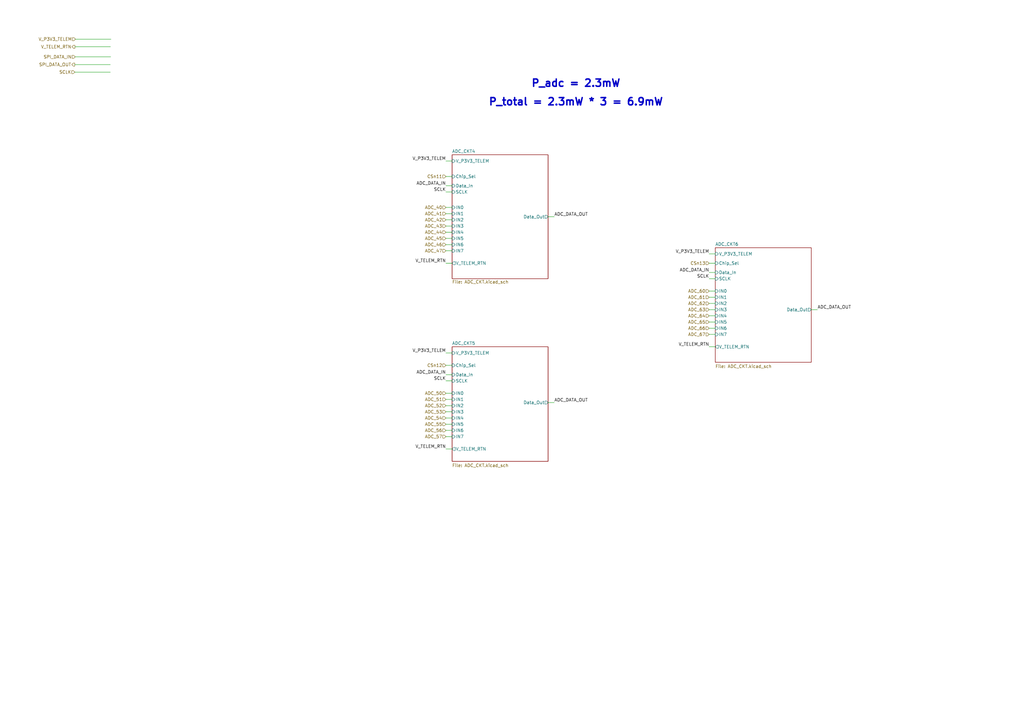
<source format=kicad_sch>
(kicad_sch
	(version 20250114)
	(generator "eeschema")
	(generator_version "9.0")
	(uuid "966f5634-8609-496a-ba8e-9f7ce0bd314d")
	(paper "A3")
	(lib_symbols)
	(text "P_total = 2.3mW * 3 = 6.9mW"
		(exclude_from_sim no)
		(at 236.22 41.91 0)
		(effects
			(font
				(size 3 3)
				(thickness 0.6)
				(bold yes)
			)
		)
		(uuid "0b13e474-fc2e-46b4-8a15-bb4bb375b23b")
	)
	(text "P_adc = 2.3mW"
		(exclude_from_sim no)
		(at 236.22 34.29 0)
		(effects
			(font
				(size 3 3)
				(thickness 0.6)
				(bold yes)
			)
		)
		(uuid "39f8d1b6-4474-4497-9318-67831aa07313")
	)
	(wire
		(pts
			(xy 30.8456 23.3329) (xy 45.4018 23.3329)
		)
		(stroke
			(width 0)
			(type default)
		)
		(uuid "004e6208-9a03-4c24-a3d7-7a75676622a4")
	)
	(wire
		(pts
			(xy 290.83 127) (xy 293.37 127)
		)
		(stroke
			(width 0)
			(type default)
		)
		(uuid "06c52658-76f7-4f07-a954-056a893f60e9")
	)
	(wire
		(pts
			(xy 182.88 173.99) (xy 185.42 173.99)
		)
		(stroke
			(width 0)
			(type default)
		)
		(uuid "07fb1748-ecd3-4909-b456-7e2ef43cf208")
	)
	(wire
		(pts
			(xy 182.88 179.07) (xy 185.42 179.07)
		)
		(stroke
			(width 0)
			(type default)
		)
		(uuid "0ad191c0-0b12-47ba-9f40-4b75dca668e2")
	)
	(wire
		(pts
			(xy 290.83 107.95) (xy 293.37 107.95)
		)
		(stroke
			(width 0)
			(type default)
		)
		(uuid "0c6f6a02-0fc6-40b8-873c-406c243fe6de")
	)
	(wire
		(pts
			(xy 227.33 88.9) (xy 224.79 88.9)
		)
		(stroke
			(width 0)
			(type default)
		)
		(uuid "0ff79912-cb8d-42f1-975a-88ff1c54c23e")
	)
	(wire
		(pts
			(xy 182.88 171.45) (xy 185.42 171.45)
		)
		(stroke
			(width 0)
			(type default)
		)
		(uuid "1261c8c4-135e-480e-a52a-fb4127d49cb7")
	)
	(wire
		(pts
			(xy 335.28 127) (xy 332.74 127)
		)
		(stroke
			(width 0)
			(type default)
		)
		(uuid "19478ffc-3b9b-4b28-a889-7e6d309dc74c")
	)
	(wire
		(pts
			(xy 182.88 156.21) (xy 185.42 156.21)
		)
		(stroke
			(width 0)
			(type default)
		)
		(uuid "2d393184-2a04-4dd6-9dab-ab298779b52d")
	)
	(wire
		(pts
			(xy 290.83 114.3) (xy 293.37 114.3)
		)
		(stroke
			(width 0)
			(type default)
		)
		(uuid "2da65075-86f9-4884-890d-0165e9a631d4")
	)
	(wire
		(pts
			(xy 182.88 161.29) (xy 185.42 161.29)
		)
		(stroke
			(width 0)
			(type default)
		)
		(uuid "31b4d58e-3d61-4158-89e2-a6fb95b32b40")
	)
	(wire
		(pts
			(xy 182.88 100.33) (xy 185.42 100.33)
		)
		(stroke
			(width 0)
			(type default)
		)
		(uuid "342e718a-dff4-425d-916d-45afeac237e1")
	)
	(wire
		(pts
			(xy 182.88 95.25) (xy 185.42 95.25)
		)
		(stroke
			(width 0)
			(type default)
		)
		(uuid "4988b525-56a6-4a6e-bfab-889c18081b3a")
	)
	(wire
		(pts
			(xy 182.88 102.87) (xy 185.42 102.87)
		)
		(stroke
			(width 0)
			(type default)
		)
		(uuid "5000a8e9-e102-4f61-8a3a-34aa14a1b279")
	)
	(wire
		(pts
			(xy 30.6915 29.5731) (xy 45.2477 29.5731)
		)
		(stroke
			(width 0)
			(type default)
		)
		(uuid "5026df77-d238-4be0-b5a0-d9c4edd806c8")
	)
	(wire
		(pts
			(xy 182.88 76.2) (xy 185.42 76.2)
		)
		(stroke
			(width 0)
			(type default)
		)
		(uuid "502f5aed-a17e-4a0a-826a-2f85ce6391bb")
	)
	(wire
		(pts
			(xy 290.83 142.24) (xy 293.37 142.24)
		)
		(stroke
			(width 0)
			(type default)
		)
		(uuid "6137878e-9305-4a29-b2cd-758f06e87412")
	)
	(wire
		(pts
			(xy 290.83 132.08) (xy 293.37 132.08)
		)
		(stroke
			(width 0)
			(type default)
		)
		(uuid "79f70880-8d88-435a-b067-1c350e05809e")
	)
	(wire
		(pts
			(xy 290.83 137.16) (xy 293.37 137.16)
		)
		(stroke
			(width 0)
			(type default)
		)
		(uuid "86d210c3-2759-483c-89ce-04693c08dea0")
	)
	(wire
		(pts
			(xy 182.88 78.74) (xy 185.42 78.74)
		)
		(stroke
			(width 0)
			(type default)
		)
		(uuid "8a6c5092-03c3-47b3-a374-5a76cb36f3f6")
	)
	(wire
		(pts
			(xy 290.83 134.62) (xy 293.37 134.62)
		)
		(stroke
			(width 0)
			(type default)
		)
		(uuid "9291e2b0-a904-4865-9e4d-91eb0c84c7e7")
	)
	(wire
		(pts
			(xy 182.88 87.63) (xy 185.42 87.63)
		)
		(stroke
			(width 0)
			(type default)
		)
		(uuid "931a12e8-0f01-4f9a-bbdc-830d15e75a3f")
	)
	(wire
		(pts
			(xy 182.88 144.78) (xy 185.42 144.78)
		)
		(stroke
			(width 0)
			(type default)
		)
		(uuid "93b48193-7416-45c4-a2ed-a74b4ea1e338")
	)
	(wire
		(pts
			(xy 290.83 104.14) (xy 293.37 104.14)
		)
		(stroke
			(width 0)
			(type default)
		)
		(uuid "9b23dafa-bc17-45b0-810a-49bd26ae03f6")
	)
	(wire
		(pts
			(xy 290.83 124.46) (xy 293.37 124.46)
		)
		(stroke
			(width 0)
			(type default)
		)
		(uuid "aaa023d8-e954-46f9-b7a9-ee8a1badd7ff")
	)
	(wire
		(pts
			(xy 30.9551 16.0556) (xy 45.5113 16.0556)
		)
		(stroke
			(width 0)
			(type default)
		)
		(uuid "af64431b-cf1a-42da-93c8-cf1b2ee6a2de")
	)
	(wire
		(pts
			(xy 182.88 176.53) (xy 185.42 176.53)
		)
		(stroke
			(width 0)
			(type default)
		)
		(uuid "b4556e2e-ef6c-48ba-9c3c-94a0bf9eadc0")
	)
	(wire
		(pts
			(xy 182.88 97.79) (xy 185.42 97.79)
		)
		(stroke
			(width 0)
			(type default)
		)
		(uuid "b96b27a6-b1dc-4847-8a78-fd00c3d26791")
	)
	(wire
		(pts
			(xy 182.88 107.95) (xy 185.42 107.95)
		)
		(stroke
			(width 0)
			(type default)
		)
		(uuid "c011a31a-f9a7-4ba8-9573-80beddb83cbc")
	)
	(wire
		(pts
			(xy 182.88 66.04) (xy 185.42 66.04)
		)
		(stroke
			(width 0)
			(type default)
		)
		(uuid "c0a42287-a899-45af-980c-54f5bbbd5f32")
	)
	(wire
		(pts
			(xy 182.88 153.67) (xy 185.42 153.67)
		)
		(stroke
			(width 0)
			(type default)
		)
		(uuid "c1a47ced-e788-43d9-93ee-7b78d06260dd")
	)
	(wire
		(pts
			(xy 182.88 90.17) (xy 185.42 90.17)
		)
		(stroke
			(width 0)
			(type default)
		)
		(uuid "c5103db9-8c2e-4ee7-bcf6-54968a5b8d6e")
	)
	(wire
		(pts
			(xy 30.6915 26.4915) (xy 45.2477 26.4915)
		)
		(stroke
			(width 0)
			(type default)
		)
		(uuid "c64339f6-d7a2-4b11-8626-41350b239f31")
	)
	(wire
		(pts
			(xy 182.88 166.37) (xy 185.42 166.37)
		)
		(stroke
			(width 0)
			(type default)
		)
		(uuid "d145471c-ed8c-4f64-bd9f-ec50d39a7a46")
	)
	(wire
		(pts
			(xy 182.88 184.15) (xy 185.42 184.15)
		)
		(stroke
			(width 0)
			(type default)
		)
		(uuid "d307476b-412f-4bf8-a80a-ea28a0d75456")
	)
	(wire
		(pts
			(xy 182.88 92.71) (xy 185.42 92.71)
		)
		(stroke
			(width 0)
			(type default)
		)
		(uuid "d708fa5d-effb-4545-b19a-fe781f9b8c28")
	)
	(wire
		(pts
			(xy 182.88 72.39) (xy 185.42 72.39)
		)
		(stroke
			(width 0)
			(type default)
		)
		(uuid "daa63997-de4c-4dc6-b85a-24c788e3a803")
	)
	(wire
		(pts
			(xy 182.88 163.83) (xy 185.42 163.83)
		)
		(stroke
			(width 0)
			(type default)
		)
		(uuid "de040cf0-80f2-4cb4-b5be-b76a8aa14193")
	)
	(wire
		(pts
			(xy 290.83 119.38) (xy 293.37 119.38)
		)
		(stroke
			(width 0)
			(type default)
		)
		(uuid "e1ef021c-4b09-4c7f-b8b2-6656b3c0c3cb")
	)
	(wire
		(pts
			(xy 182.88 149.86) (xy 185.42 149.86)
		)
		(stroke
			(width 0)
			(type default)
		)
		(uuid "e2c98c4e-f94a-4782-b9d0-91475d6809a7")
	)
	(wire
		(pts
			(xy 30.7539 19.1757) (xy 45.3101 19.1757)
		)
		(stroke
			(width 0)
			(type default)
		)
		(uuid "e8ee883d-5989-4941-9dde-a94d82e76ec2")
	)
	(wire
		(pts
			(xy 290.83 111.76) (xy 293.37 111.76)
		)
		(stroke
			(width 0)
			(type default)
		)
		(uuid "ec085538-b936-4f3b-a3a7-51ff9e5029d9")
	)
	(wire
		(pts
			(xy 227.33 165.1) (xy 224.79 165.1)
		)
		(stroke
			(width 0)
			(type default)
		)
		(uuid "f56f36c9-486f-48a6-9472-18ad32b4e599")
	)
	(wire
		(pts
			(xy 290.83 129.54) (xy 293.37 129.54)
		)
		(stroke
			(width 0)
			(type default)
		)
		(uuid "f5e7396b-55f8-441c-914c-803d7cb5460c")
	)
	(wire
		(pts
			(xy 182.88 168.91) (xy 185.42 168.91)
		)
		(stroke
			(width 0)
			(type default)
		)
		(uuid "fae3bdb6-c093-4cd2-b926-f7a9ae58c79d")
	)
	(wire
		(pts
			(xy 290.83 121.92) (xy 293.37 121.92)
		)
		(stroke
			(width 0)
			(type default)
		)
		(uuid "fbe3d122-1679-4945-9b08-59a68ae3bfc2")
	)
	(wire
		(pts
			(xy 182.88 85.09) (xy 185.42 85.09)
		)
		(stroke
			(width 0)
			(type default)
		)
		(uuid "ffd75280-2140-4ea6-976c-2a66c4882c0a")
	)
	(label "SCLK"
		(at 290.83 114.3 180)
		(effects
			(font
				(size 1.27 1.27)
			)
			(justify right bottom)
		)
		(uuid "2b97092b-ec57-496b-bb7d-07078e99b3b5")
	)
	(label "ADC_DATA_OUT"
		(at 335.28 127 0)
		(effects
			(font
				(size 1.27 1.27)
			)
			(justify left bottom)
		)
		(uuid "2e0bb0cc-5bbf-4aac-932f-ed32a623ded5")
	)
	(label "ADC_DATA_OUT"
		(at 227.33 88.9 0)
		(effects
			(font
				(size 1.27 1.27)
			)
			(justify left bottom)
		)
		(uuid "38979fbd-d729-416c-9198-222e2f0f6fe8")
	)
	(label "V_P3V3_TELEM"
		(at 182.88 66.04 180)
		(effects
			(font
				(size 1.27 1.27)
			)
			(justify right bottom)
		)
		(uuid "3c18a00d-5ad2-43b1-9d94-5bafc3919a8f")
	)
	(label "ADC_DATA_IN"
		(at 182.88 153.67 180)
		(effects
			(font
				(size 1.27 1.27)
			)
			(justify right bottom)
		)
		(uuid "422ef14b-e0b5-4597-97a1-a26301de056d")
	)
	(label "SCLK"
		(at 182.88 78.74 180)
		(effects
			(font
				(size 1.27 1.27)
			)
			(justify right bottom)
		)
		(uuid "68393509-0cc3-4a29-a76f-1b018a6f2ff0")
	)
	(label "V_P3V3_TELEM"
		(at 182.88 144.78 180)
		(effects
			(font
				(size 1.27 1.27)
			)
			(justify right bottom)
		)
		(uuid "95bc73af-a954-433d-88de-523f5200ec0f")
	)
	(label "ADC_DATA_OUT"
		(at 227.33 165.1 0)
		(effects
			(font
				(size 1.27 1.27)
			)
			(justify left bottom)
		)
		(uuid "ac6fa7d5-f1d9-420b-91f7-8acc996b3c92")
	)
	(label "V_TELEM_RTN"
		(at 182.88 184.15 180)
		(effects
			(font
				(size 1.27 1.27)
			)
			(justify right bottom)
		)
		(uuid "b546842a-7bff-457f-943d-e2a80c636763")
	)
	(label "V_TELEM_RTN"
		(at 290.83 142.24 180)
		(effects
			(font
				(size 1.27 1.27)
			)
			(justify right bottom)
		)
		(uuid "b5735040-11e5-4d66-b28e-0ed87f8f04d0")
	)
	(label "SCLK"
		(at 182.88 156.21 180)
		(effects
			(font
				(size 1.27 1.27)
			)
			(justify right bottom)
		)
		(uuid "c3579afb-7c22-4158-b5b3-a5c4f7277de4")
	)
	(label "V_TELEM_RTN"
		(at 182.88 107.95 180)
		(effects
			(font
				(size 1.27 1.27)
			)
			(justify right bottom)
		)
		(uuid "c8f6cdad-5ada-4146-b1dc-dc14a8ce55d8")
	)
	(label "ADC_DATA_IN"
		(at 290.83 111.76 180)
		(effects
			(font
				(size 1.27 1.27)
			)
			(justify right bottom)
		)
		(uuid "ddcc0f1c-4174-4d41-8041-3a0fb58f2774")
	)
	(label "ADC_DATA_IN"
		(at 182.88 76.2 180)
		(effects
			(font
				(size 1.27 1.27)
			)
			(justify right bottom)
		)
		(uuid "e92845c7-e0a8-4d1a-93a9-b84f2ee65ce7")
	)
	(label "V_P3V3_TELEM"
		(at 290.83 104.14 180)
		(effects
			(font
				(size 1.27 1.27)
			)
			(justify right bottom)
		)
		(uuid "ec2db6ad-4e93-4e18-bff6-21b9c32c18d4")
	)
	(hierarchical_label "ADC_42"
		(shape input)
		(at 182.88 90.17 180)
		(effects
			(font
				(size 1.27 1.27)
			)
			(justify right)
		)
		(uuid "0607ca05-d7a7-456e-9f35-c25a42480134")
	)
	(hierarchical_label "V_P3V3_TELEM"
		(shape input)
		(at 30.9551 16.0556 180)
		(effects
			(font
				(size 1.27 1.27)
			)
			(justify right)
		)
		(uuid "0f042d1e-af14-4168-94cf-ddff0cae154e")
	)
	(hierarchical_label "ADC_63"
		(shape input)
		(at 290.83 127 180)
		(effects
			(font
				(size 1.27 1.27)
			)
			(justify right)
		)
		(uuid "18815186-88dd-43b9-9e11-674b2269b850")
	)
	(hierarchical_label "ADC_46"
		(shape input)
		(at 182.88 100.33 180)
		(effects
			(font
				(size 1.27 1.27)
			)
			(justify right)
		)
		(uuid "18cd472e-2e64-4a0e-9539-93886fdeb824")
	)
	(hierarchical_label "ADC_52"
		(shape input)
		(at 182.88 166.37 180)
		(effects
			(font
				(size 1.27 1.27)
			)
			(justify right)
		)
		(uuid "1bba9f72-e5ef-4a0c-bb3a-21ef394785ad")
	)
	(hierarchical_label "ADC_50"
		(shape input)
		(at 182.88 161.29 180)
		(effects
			(font
				(size 1.27 1.27)
			)
			(justify right)
		)
		(uuid "22da98df-afcc-4cd9-863c-72f84ded9b60")
	)
	(hierarchical_label "SPI_DATA_IN"
		(shape input)
		(at 30.8456 23.3329 180)
		(effects
			(font
				(size 1.27 1.27)
			)
			(justify right)
		)
		(uuid "29feb57d-4708-40f8-b0fb-0ec65e7ab5c9")
	)
	(hierarchical_label "SCLK"
		(shape input)
		(at 30.6915 29.5731 180)
		(effects
			(font
				(size 1.27 1.27)
			)
			(justify right)
		)
		(uuid "45a35411-e199-4fb9-af4e-f303cdde4b1b")
	)
	(hierarchical_label "ADC_55"
		(shape input)
		(at 182.88 173.99 180)
		(effects
			(font
				(size 1.27 1.27)
			)
			(justify right)
		)
		(uuid "5b3d5506-cc4e-43e2-918d-cc68ca59d21a")
	)
	(hierarchical_label "ADC_61"
		(shape input)
		(at 290.83 121.92 180)
		(effects
			(font
				(size 1.27 1.27)
			)
			(justify right)
		)
		(uuid "629e91cd-3148-498c-9e38-b36721e6e380")
	)
	(hierarchical_label "ADC_56"
		(shape input)
		(at 182.88 176.53 180)
		(effects
			(font
				(size 1.27 1.27)
			)
			(justify right)
		)
		(uuid "680331f6-8b1c-4816-8bf4-971018ca64ae")
	)
	(hierarchical_label "ADC_53"
		(shape input)
		(at 182.88 168.91 180)
		(effects
			(font
				(size 1.27 1.27)
			)
			(justify right)
		)
		(uuid "7b03d754-0416-4a5c-88c4-134206d9201e")
	)
	(hierarchical_label "ADC_57"
		(shape input)
		(at 182.88 179.07 180)
		(effects
			(font
				(size 1.27 1.27)
			)
			(justify right)
		)
		(uuid "809b1d05-ebe4-48ae-9308-e3c0cb44df64")
	)
	(hierarchical_label "ADC_67"
		(shape input)
		(at 290.83 137.16 180)
		(effects
			(font
				(size 1.27 1.27)
			)
			(justify right)
		)
		(uuid "831832dc-bd6d-4357-9d9e-a79dc0061c73")
	)
	(hierarchical_label "V_TELEM_RTN"
		(shape output)
		(at 30.7539 19.1757 180)
		(effects
			(font
				(size 1.27 1.27)
			)
			(justify right)
		)
		(uuid "8e702b61-0cea-4874-af13-03a01f82f1a1")
	)
	(hierarchical_label "ADC_45"
		(shape input)
		(at 182.88 97.79 180)
		(effects
			(font
				(size 1.27 1.27)
			)
			(justify right)
		)
		(uuid "93307887-b618-49b2-88f1-9eb0cc6c171e")
	)
	(hierarchical_label "CSn13"
		(shape input)
		(at 290.83 107.95 180)
		(effects
			(font
				(size 1.27 1.27)
			)
			(justify right)
		)
		(uuid "9341202a-5883-4295-b254-a2f1d9ba32a0")
	)
	(hierarchical_label "ADC_41"
		(shape input)
		(at 182.88 87.63 180)
		(effects
			(font
				(size 1.27 1.27)
			)
			(justify right)
		)
		(uuid "ab307d49-4ea4-4b50-8070-35f47d38273c")
	)
	(hierarchical_label "ADC_60"
		(shape input)
		(at 290.83 119.38 180)
		(effects
			(font
				(size 1.27 1.27)
			)
			(justify right)
		)
		(uuid "ac91db14-e119-4c80-820d-11a95f22fc50")
	)
	(hierarchical_label "SPI_DATA_OUT"
		(shape output)
		(at 30.6915 26.4915 180)
		(effects
			(font
				(size 1.27 1.27)
			)
			(justify right)
		)
		(uuid "b05179cf-47c9-4682-a88f-6df88d953e2a")
	)
	(hierarchical_label "ADC_43"
		(shape input)
		(at 182.88 92.71 180)
		(effects
			(font
				(size 1.27 1.27)
			)
			(justify right)
		)
		(uuid "b3ff945d-d2ae-4a7d-89d3-91d92d97b0fa")
	)
	(hierarchical_label "ADC_62"
		(shape input)
		(at 290.83 124.46 180)
		(effects
			(font
				(size 1.27 1.27)
			)
			(justify right)
		)
		(uuid "b9d1fd6e-839c-486f-adbb-169b42cdedb1")
	)
	(hierarchical_label "CSn12"
		(shape input)
		(at 182.88 149.86 180)
		(effects
			(font
				(size 1.27 1.27)
			)
			(justify right)
		)
		(uuid "bf1d9be0-5074-4738-a584-7cbb2f5bc668")
	)
	(hierarchical_label "ADC_44"
		(shape input)
		(at 182.88 95.25 180)
		(effects
			(font
				(size 1.27 1.27)
			)
			(justify right)
		)
		(uuid "c2c5639e-c4d2-4723-a790-ca1c0d389042")
	)
	(hierarchical_label "ADC_40"
		(shape input)
		(at 182.88 85.09 180)
		(effects
			(font
				(size 1.27 1.27)
			)
			(justify right)
		)
		(uuid "c3de75b6-2cc2-4353-9387-b1810af90743")
	)
	(hierarchical_label "ADC_47"
		(shape input)
		(at 182.88 102.87 180)
		(effects
			(font
				(size 1.27 1.27)
			)
			(justify right)
		)
		(uuid "c8705e59-5a5d-480b-80ca-b1559034212b")
	)
	(hierarchical_label "ADC_66"
		(shape input)
		(at 290.83 134.62 180)
		(effects
			(font
				(size 1.27 1.27)
			)
			(justify right)
		)
		(uuid "ccacca06-929f-4974-8509-2fe24eab7b6d")
	)
	(hierarchical_label "ADC_64"
		(shape input)
		(at 290.83 129.54 180)
		(effects
			(font
				(size 1.27 1.27)
			)
			(justify right)
		)
		(uuid "cec6fcb7-010d-434e-9a9a-63095ba5d069")
	)
	(hierarchical_label "ADC_54"
		(shape input)
		(at 182.88 171.45 180)
		(effects
			(font
				(size 1.27 1.27)
			)
			(justify right)
		)
		(uuid "d51f0ebc-55ad-408d-b778-970faa0da291")
	)
	(hierarchical_label "ADC_65"
		(shape input)
		(at 290.83 132.08 180)
		(effects
			(font
				(size 1.27 1.27)
			)
			(justify right)
		)
		(uuid "d5652de7-dbe9-4efa-897f-2cd92545f37a")
	)
	(hierarchical_label "CSn11"
		(shape input)
		(at 182.88 72.39 180)
		(effects
			(font
				(size 1.27 1.27)
			)
			(justify right)
		)
		(uuid "d80163d6-ce03-4e76-908f-f5523b2026cb")
	)
	(hierarchical_label "ADC_51"
		(shape input)
		(at 182.88 163.83 180)
		(effects
			(font
				(size 1.27 1.27)
			)
			(justify right)
		)
		(uuid "dc76752d-63a2-4467-9da7-efd25fe3650b")
	)
	(sheet
		(at 185.42 142.24)
		(size 39.37 46.99)
		(exclude_from_sim no)
		(in_bom yes)
		(on_board yes)
		(dnp no)
		(fields_autoplaced yes)
		(stroke
			(width 0.1524)
			(type solid)
		)
		(fill
			(color 0 0 0 0.0000)
		)
		(uuid "10e73766-5f5d-4e1b-a5aa-615af6f185c0")
		(property "Sheetname" "ADC_CKT5"
			(at 185.42 141.5284 0)
			(effects
				(font
					(size 1.27 1.27)
				)
				(justify left bottom)
			)
		)
		(property "Sheetfile" "ADC_CKT.kicad_sch"
			(at 185.42 190.1667 0)
			(effects
				(font
					(size 1.27 1.27)
				)
				(justify left top)
			)
		)
		(pin "IN2" input
			(at 185.42 166.37 180)
			(uuid "0589558a-31ea-412a-bc15-b12e98bbaaa2")
			(effects
				(font
					(size 1.27 1.27)
				)
				(justify left)
			)
		)
		(pin "Chip_Sel" input
			(at 185.42 149.86 180)
			(uuid "2966cf03-12c1-4380-81d1-1dde1f3c8e53")
			(effects
				(font
					(size 1.27 1.27)
				)
				(justify left)
			)
		)
		(pin "IN0" input
			(at 185.42 161.29 180)
			(uuid "e226121b-2196-4365-9eef-0257b8d2133d")
			(effects
				(font
					(size 1.27 1.27)
				)
				(justify left)
			)
		)
		(pin "IN1" input
			(at 185.42 163.83 180)
			(uuid "cff93b69-7adf-4069-98be-2e831ec2f6f0")
			(effects
				(font
					(size 1.27 1.27)
				)
				(justify left)
			)
		)
		(pin "IN4" input
			(at 185.42 171.45 180)
			(uuid "f5bf752e-7dad-4563-9386-dd0ffccee8e1")
			(effects
				(font
					(size 1.27 1.27)
				)
				(justify left)
			)
		)
		(pin "IN5" input
			(at 185.42 173.99 180)
			(uuid "234a1b1d-0bf1-43a6-a8c0-dae9739319a4")
			(effects
				(font
					(size 1.27 1.27)
				)
				(justify left)
			)
		)
		(pin "IN6" input
			(at 185.42 176.53 180)
			(uuid "adaa930f-a9a6-4496-b141-e62cd2f61461")
			(effects
				(font
					(size 1.27 1.27)
				)
				(justify left)
			)
		)
		(pin "IN7" input
			(at 185.42 179.07 180)
			(uuid "47ebe388-c5f6-49a7-805d-fc44caf5792a")
			(effects
				(font
					(size 1.27 1.27)
				)
				(justify left)
			)
		)
		(pin "IN3" input
			(at 185.42 168.91 180)
			(uuid "6185c1d7-0bf0-41c5-a652-b520898adabd")
			(effects
				(font
					(size 1.27 1.27)
				)
				(justify left)
			)
		)
		(pin "Data_In" input
			(at 185.42 153.67 180)
			(uuid "36a62305-b054-4a56-b859-19d9c8291411")
			(effects
				(font
					(size 1.27 1.27)
				)
				(justify left)
			)
		)
		(pin "SCLK" input
			(at 185.42 156.21 180)
			(uuid "40253923-66fe-4136-8adb-a8dd9d353207")
			(effects
				(font
					(size 1.27 1.27)
				)
				(justify left)
			)
		)
		(pin "Data_Out" output
			(at 224.79 165.1 0)
			(uuid "ac98e44e-5ea6-4e50-b570-655ab428ba32")
			(effects
				(font
					(size 1.27 1.27)
				)
				(justify right)
			)
		)
		(pin "V_TELEM_RTN" output
			(at 185.42 184.15 180)
			(uuid "5be69887-62a9-4fa3-80a5-9cd22f49d90f")
			(effects
				(font
					(size 1.27 1.27)
				)
				(justify left)
			)
		)
		(pin "V_P3V3_TELEM" input
			(at 185.42 144.78 180)
			(uuid "8b3be38b-100c-427e-9878-e1fba8f3934c")
			(effects
				(font
					(size 1.27 1.27)
				)
				(justify left)
			)
		)
		(instances
			(project "14_COMMS_TELEM"
				(path "/b7b038d0-dec0-4686-9ec5-5c1fa7f24a6d/a8f11556-4c7f-4a9c-a2e6-317894d5856a"
					(page "18")
				)
			)
		)
	)
	(sheet
		(at 185.42 63.5)
		(size 39.37 50.8)
		(exclude_from_sim no)
		(in_bom yes)
		(on_board yes)
		(dnp no)
		(fields_autoplaced yes)
		(stroke
			(width 0.1524)
			(type solid)
		)
		(fill
			(color 0 0 0 0.0000)
		)
		(uuid "b0da72ea-b478-455c-992b-5f92d76b9f34")
		(property "Sheetname" "ADC_CKT4"
			(at 185.42 62.7884 0)
			(effects
				(font
					(size 1.27 1.27)
				)
				(justify left bottom)
			)
		)
		(property "Sheetfile" "ADC_CKT.kicad_sch"
			(at 185.42 114.8846 0)
			(effects
				(font
					(size 1.27 1.27)
				)
				(justify left top)
			)
		)
		(pin "IN2" input
			(at 185.42 90.17 180)
			(uuid "091eeafb-a97b-43e9-ada8-04117da94893")
			(effects
				(font
					(size 1.27 1.27)
				)
				(justify left)
			)
		)
		(pin "Chip_Sel" input
			(at 185.42 72.39 180)
			(uuid "186b4ee4-86d9-428b-97be-d603b58f8854")
			(effects
				(font
					(size 1.27 1.27)
				)
				(justify left)
			)
		)
		(pin "IN0" input
			(at 185.42 85.09 180)
			(uuid "258abb67-ded1-4209-90b0-609c13834bae")
			(effects
				(font
					(size 1.27 1.27)
				)
				(justify left)
			)
		)
		(pin "IN1" input
			(at 185.42 87.63 180)
			(uuid "4f488b9a-8065-41aa-9512-a3016916b938")
			(effects
				(font
					(size 1.27 1.27)
				)
				(justify left)
			)
		)
		(pin "IN4" input
			(at 185.42 95.25 180)
			(uuid "2d3c0cd4-f425-4bd6-b90a-0d7234e26a06")
			(effects
				(font
					(size 1.27 1.27)
				)
				(justify left)
			)
		)
		(pin "IN5" input
			(at 185.42 97.79 180)
			(uuid "3be87225-8bc5-4845-84ef-59f467089b10")
			(effects
				(font
					(size 1.27 1.27)
				)
				(justify left)
			)
		)
		(pin "IN6" input
			(at 185.42 100.33 180)
			(uuid "92957b14-8d9a-43aa-a527-15139bba6e48")
			(effects
				(font
					(size 1.27 1.27)
				)
				(justify left)
			)
		)
		(pin "IN7" input
			(at 185.42 102.87 180)
			(uuid "b541e7d6-a352-448c-8ba7-30fbb7dc59ea")
			(effects
				(font
					(size 1.27 1.27)
				)
				(justify left)
			)
		)
		(pin "IN3" input
			(at 185.42 92.71 180)
			(uuid "8c853182-946e-4cc0-8dbc-1d3a5258841f")
			(effects
				(font
					(size 1.27 1.27)
				)
				(justify left)
			)
		)
		(pin "Data_In" input
			(at 185.42 76.2 180)
			(uuid "62dc1f03-301b-4403-84aa-e32c1ae88870")
			(effects
				(font
					(size 1.27 1.27)
				)
				(justify left)
			)
		)
		(pin "SCLK" input
			(at 185.42 78.74 180)
			(uuid "1f7b5f73-92c8-4dd0-b0ea-3b3381f57baf")
			(effects
				(font
					(size 1.27 1.27)
				)
				(justify left)
			)
		)
		(pin "Data_Out" output
			(at 224.79 88.9 0)
			(uuid "6411905b-4bd9-4019-bfa7-04e4d5bf3a99")
			(effects
				(font
					(size 1.27 1.27)
				)
				(justify right)
			)
		)
		(pin "V_TELEM_RTN" output
			(at 185.42 107.95 180)
			(uuid "32605c60-5dc7-45ef-950b-8dc81485a274")
			(effects
				(font
					(size 1.27 1.27)
				)
				(justify left)
			)
		)
		(pin "V_P3V3_TELEM" input
			(at 185.42 66.04 180)
			(uuid "5c7a65cb-3719-499d-aef3-a14ea4c7532f")
			(effects
				(font
					(size 1.27 1.27)
				)
				(justify left)
			)
		)
		(instances
			(project "14_COMMS_TELEM"
				(path "/b7b038d0-dec0-4686-9ec5-5c1fa7f24a6d/a8f11556-4c7f-4a9c-a2e6-317894d5856a"
					(page "17")
				)
			)
		)
	)
	(sheet
		(at 293.37 101.6)
		(size 39.37 46.99)
		(exclude_from_sim no)
		(in_bom yes)
		(on_board yes)
		(dnp no)
		(fields_autoplaced yes)
		(stroke
			(width 0.1524)
			(type solid)
		)
		(fill
			(color 0 0 0 0.0000)
		)
		(uuid "de9bf6a2-67c4-4e9b-986d-6379e3490d6b")
		(property "Sheetname" "ADC_CKT6"
			(at 293.37 100.8884 0)
			(effects
				(font
					(size 1.27 1.27)
				)
				(justify left bottom)
			)
		)
		(property "Sheetfile" "ADC_CKT.kicad_sch"
			(at 293.37 149.5267 0)
			(effects
				(font
					(size 1.27 1.27)
				)
				(justify left top)
			)
		)
		(pin "IN2" input
			(at 293.37 124.46 180)
			(uuid "f9ca70e6-da2f-45df-96f4-59a068811906")
			(effects
				(font
					(size 1.27 1.27)
				)
				(justify left)
			)
		)
		(pin "Chip_Sel" input
			(at 293.37 107.95 180)
			(uuid "e4f90294-4923-4928-b536-33609e8c04ff")
			(effects
				(font
					(size 1.27 1.27)
				)
				(justify left)
			)
		)
		(pin "IN0" input
			(at 293.37 119.38 180)
			(uuid "4c8f604b-e7dd-4593-b020-90b0c6ca6c53")
			(effects
				(font
					(size 1.27 1.27)
				)
				(justify left)
			)
		)
		(pin "IN1" input
			(at 293.37 121.92 180)
			(uuid "d7e09b99-4bb1-401f-a3d8-265d586e8933")
			(effects
				(font
					(size 1.27 1.27)
				)
				(justify left)
			)
		)
		(pin "IN4" input
			(at 293.37 129.54 180)
			(uuid "2d8d3f1e-0692-4475-bf66-8e80f127d2bf")
			(effects
				(font
					(size 1.27 1.27)
				)
				(justify left)
			)
		)
		(pin "IN5" input
			(at 293.37 132.08 180)
			(uuid "b75ca914-8bc9-4fa5-add0-704b5f182607")
			(effects
				(font
					(size 1.27 1.27)
				)
				(justify left)
			)
		)
		(pin "IN6" input
			(at 293.37 134.62 180)
			(uuid "98619bbe-8046-4c9f-9cba-ce96459afd56")
			(effects
				(font
					(size 1.27 1.27)
				)
				(justify left)
			)
		)
		(pin "IN7" input
			(at 293.37 137.16 180)
			(uuid "86228fd4-16d3-49ee-835e-5089f2499530")
			(effects
				(font
					(size 1.27 1.27)
				)
				(justify left)
			)
		)
		(pin "IN3" input
			(at 293.37 127 180)
			(uuid "edabe961-4a74-422e-9c40-6b30970a942d")
			(effects
				(font
					(size 1.27 1.27)
				)
				(justify left)
			)
		)
		(pin "Data_In" input
			(at 293.37 111.76 180)
			(uuid "8a5e537c-9838-4b8c-affe-684cfc2fab6c")
			(effects
				(font
					(size 1.27 1.27)
				)
				(justify left)
			)
		)
		(pin "SCLK" input
			(at 293.37 114.3 180)
			(uuid "5652a57d-40f7-475c-a99c-85dfe6dcd18a")
			(effects
				(font
					(size 1.27 1.27)
				)
				(justify left)
			)
		)
		(pin "Data_Out" output
			(at 332.74 127 0)
			(uuid "d3e6295d-32e5-40a0-bf6a-f467474e4ef7")
			(effects
				(font
					(size 1.27 1.27)
				)
				(justify right)
			)
		)
		(pin "V_TELEM_RTN" output
			(at 293.37 142.24 180)
			(uuid "f8274e59-3874-43d1-b937-0bf440f26b60")
			(effects
				(font
					(size 1.27 1.27)
				)
				(justify left)
			)
		)
		(pin "V_P3V3_TELEM" input
			(at 293.37 104.14 180)
			(uuid "22245bf4-0bbb-46ae-9f6d-43978aede195")
			(effects
				(font
					(size 1.27 1.27)
				)
				(justify left)
			)
		)
		(instances
			(project "14_COMMS_TELEM"
				(path "/b7b038d0-dec0-4686-9ec5-5c1fa7f24a6d/a8f11556-4c7f-4a9c-a2e6-317894d5856a"
					(page "19")
				)
			)
		)
	)
)

</source>
